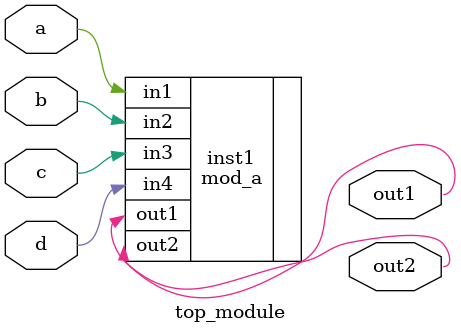
<source format=v>
module top_module ( 
    input a, 
    input b, 
    input c,
    input d,
    output out1,
    output out2
);

mod_a inst1(
.in1(a),
.in2(b),
.in3(c),
.in4(d),
.out1(out1),
.out2(out2)
);
endmodule
</source>
